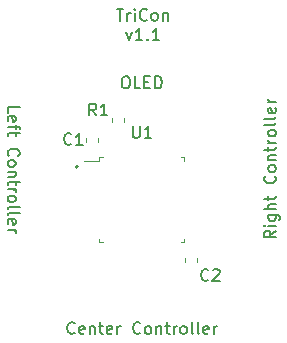
<source format=gto>
G04 #@! TF.GenerationSoftware,KiCad,Pcbnew,(5.1.5-0-10_14)*
G04 #@! TF.CreationDate,2020-06-21T17:17:39+09:00*
G04 #@! TF.ProjectId,TriCon,54726943-6f6e-42e6-9b69-6361645f7063,1.1*
G04 #@! TF.SameCoordinates,Original*
G04 #@! TF.FileFunction,Legend,Top*
G04 #@! TF.FilePolarity,Positive*
%FSLAX46Y46*%
G04 Gerber Fmt 4.6, Leading zero omitted, Abs format (unit mm)*
G04 Created by KiCad (PCBNEW (5.1.5-0-10_14)) date 2020-06-21 17:17:39*
%MOMM*%
%LPD*%
G04 APERTURE LIST*
%ADD10C,0.150000*%
%ADD11C,0.120000*%
%ADD12C,0.200000*%
G04 APERTURE END LIST*
D10*
X147761904Y-83827380D02*
X148333333Y-83827380D01*
X148047619Y-84827380D02*
X148047619Y-83827380D01*
X148666666Y-84827380D02*
X148666666Y-84160714D01*
X148666666Y-84351190D02*
X148714285Y-84255952D01*
X148761904Y-84208333D01*
X148857142Y-84160714D01*
X148952380Y-84160714D01*
X149285714Y-84827380D02*
X149285714Y-84160714D01*
X149285714Y-83827380D02*
X149238095Y-83875000D01*
X149285714Y-83922619D01*
X149333333Y-83875000D01*
X149285714Y-83827380D01*
X149285714Y-83922619D01*
X150333333Y-84732142D02*
X150285714Y-84779761D01*
X150142857Y-84827380D01*
X150047619Y-84827380D01*
X149904761Y-84779761D01*
X149809523Y-84684523D01*
X149761904Y-84589285D01*
X149714285Y-84398809D01*
X149714285Y-84255952D01*
X149761904Y-84065476D01*
X149809523Y-83970238D01*
X149904761Y-83875000D01*
X150047619Y-83827380D01*
X150142857Y-83827380D01*
X150285714Y-83875000D01*
X150333333Y-83922619D01*
X150904761Y-84827380D02*
X150809523Y-84779761D01*
X150761904Y-84732142D01*
X150714285Y-84636904D01*
X150714285Y-84351190D01*
X150761904Y-84255952D01*
X150809523Y-84208333D01*
X150904761Y-84160714D01*
X151047619Y-84160714D01*
X151142857Y-84208333D01*
X151190476Y-84255952D01*
X151238095Y-84351190D01*
X151238095Y-84636904D01*
X151190476Y-84732142D01*
X151142857Y-84779761D01*
X151047619Y-84827380D01*
X150904761Y-84827380D01*
X151666666Y-84160714D02*
X151666666Y-84827380D01*
X151666666Y-84255952D02*
X151714285Y-84208333D01*
X151809523Y-84160714D01*
X151952380Y-84160714D01*
X152047619Y-84208333D01*
X152095238Y-84303571D01*
X152095238Y-84827380D01*
X148571428Y-85810714D02*
X148809523Y-86477380D01*
X149047619Y-85810714D01*
X149952380Y-86477380D02*
X149380952Y-86477380D01*
X149666666Y-86477380D02*
X149666666Y-85477380D01*
X149571428Y-85620238D01*
X149476190Y-85715476D01*
X149380952Y-85763095D01*
X150380952Y-86382142D02*
X150428571Y-86429761D01*
X150380952Y-86477380D01*
X150333333Y-86429761D01*
X150380952Y-86382142D01*
X150380952Y-86477380D01*
X151380952Y-86477380D02*
X150809523Y-86477380D01*
X151095238Y-86477380D02*
X151095238Y-85477380D01*
X151000000Y-85620238D01*
X150904761Y-85715476D01*
X150809523Y-85763095D01*
D11*
X146290000Y-96690000D02*
X144975000Y-96690000D01*
X146290000Y-96390000D02*
X146290000Y-96690000D01*
X146590000Y-96390000D02*
X146290000Y-96390000D01*
X153510000Y-96390000D02*
X153510000Y-96690000D01*
X153210000Y-96390000D02*
X153510000Y-96390000D01*
X146290000Y-103610000D02*
X146290000Y-103310000D01*
X146590000Y-103610000D02*
X146290000Y-103610000D01*
X153510000Y-103610000D02*
X153510000Y-103310000D01*
X153210000Y-103610000D02*
X153510000Y-103610000D01*
D12*
X144500000Y-97200000D02*
G75*
G03X144500000Y-97200000I-100000J0D01*
G01*
D11*
X153590000Y-104928733D02*
X153590000Y-105271267D01*
X154610000Y-104928733D02*
X154610000Y-105271267D01*
X146210000Y-95071267D02*
X146210000Y-94728733D01*
X145190000Y-95071267D02*
X145190000Y-94728733D01*
X148410000Y-93371267D02*
X148410000Y-93028733D01*
X147390000Y-93371267D02*
X147390000Y-93028733D01*
D10*
X148447619Y-89552380D02*
X148638095Y-89552380D01*
X148733333Y-89600000D01*
X148828571Y-89695238D01*
X148876190Y-89885714D01*
X148876190Y-90219047D01*
X148828571Y-90409523D01*
X148733333Y-90504761D01*
X148638095Y-90552380D01*
X148447619Y-90552380D01*
X148352380Y-90504761D01*
X148257142Y-90409523D01*
X148209523Y-90219047D01*
X148209523Y-89885714D01*
X148257142Y-89695238D01*
X148352380Y-89600000D01*
X148447619Y-89552380D01*
X149780952Y-90552380D02*
X149304761Y-90552380D01*
X149304761Y-89552380D01*
X150114285Y-90028571D02*
X150447619Y-90028571D01*
X150590476Y-90552380D02*
X150114285Y-90552380D01*
X150114285Y-89552380D01*
X150590476Y-89552380D01*
X151019047Y-90552380D02*
X151019047Y-89552380D01*
X151257142Y-89552380D01*
X151400000Y-89600000D01*
X151495238Y-89695238D01*
X151542857Y-89790476D01*
X151590476Y-89980952D01*
X151590476Y-90123809D01*
X151542857Y-90314285D01*
X151495238Y-90409523D01*
X151400000Y-90504761D01*
X151257142Y-90552380D01*
X151019047Y-90552380D01*
X149138095Y-93752380D02*
X149138095Y-94561904D01*
X149185714Y-94657142D01*
X149233333Y-94704761D01*
X149328571Y-94752380D01*
X149519047Y-94752380D01*
X149614285Y-94704761D01*
X149661904Y-94657142D01*
X149709523Y-94561904D01*
X149709523Y-93752380D01*
X150709523Y-94752380D02*
X150138095Y-94752380D01*
X150423809Y-94752380D02*
X150423809Y-93752380D01*
X150328571Y-93895238D01*
X150233333Y-93990476D01*
X150138095Y-94038095D01*
X144209523Y-111257142D02*
X144161904Y-111304761D01*
X144019047Y-111352380D01*
X143923809Y-111352380D01*
X143780952Y-111304761D01*
X143685714Y-111209523D01*
X143638095Y-111114285D01*
X143590476Y-110923809D01*
X143590476Y-110780952D01*
X143638095Y-110590476D01*
X143685714Y-110495238D01*
X143780952Y-110400000D01*
X143923809Y-110352380D01*
X144019047Y-110352380D01*
X144161904Y-110400000D01*
X144209523Y-110447619D01*
X145019047Y-111304761D02*
X144923809Y-111352380D01*
X144733333Y-111352380D01*
X144638095Y-111304761D01*
X144590476Y-111209523D01*
X144590476Y-110828571D01*
X144638095Y-110733333D01*
X144733333Y-110685714D01*
X144923809Y-110685714D01*
X145019047Y-110733333D01*
X145066666Y-110828571D01*
X145066666Y-110923809D01*
X144590476Y-111019047D01*
X145495238Y-110685714D02*
X145495238Y-111352380D01*
X145495238Y-110780952D02*
X145542857Y-110733333D01*
X145638095Y-110685714D01*
X145780952Y-110685714D01*
X145876190Y-110733333D01*
X145923809Y-110828571D01*
X145923809Y-111352380D01*
X146257142Y-110685714D02*
X146638095Y-110685714D01*
X146400000Y-110352380D02*
X146400000Y-111209523D01*
X146447619Y-111304761D01*
X146542857Y-111352380D01*
X146638095Y-111352380D01*
X147352380Y-111304761D02*
X147257142Y-111352380D01*
X147066666Y-111352380D01*
X146971428Y-111304761D01*
X146923809Y-111209523D01*
X146923809Y-110828571D01*
X146971428Y-110733333D01*
X147066666Y-110685714D01*
X147257142Y-110685714D01*
X147352380Y-110733333D01*
X147400000Y-110828571D01*
X147400000Y-110923809D01*
X146923809Y-111019047D01*
X147828571Y-111352380D02*
X147828571Y-110685714D01*
X147828571Y-110876190D02*
X147876190Y-110780952D01*
X147923809Y-110733333D01*
X148019047Y-110685714D01*
X148114285Y-110685714D01*
X149780952Y-111257142D02*
X149733333Y-111304761D01*
X149590476Y-111352380D01*
X149495238Y-111352380D01*
X149352380Y-111304761D01*
X149257142Y-111209523D01*
X149209523Y-111114285D01*
X149161904Y-110923809D01*
X149161904Y-110780952D01*
X149209523Y-110590476D01*
X149257142Y-110495238D01*
X149352380Y-110400000D01*
X149495238Y-110352380D01*
X149590476Y-110352380D01*
X149733333Y-110400000D01*
X149780952Y-110447619D01*
X150352380Y-111352380D02*
X150257142Y-111304761D01*
X150209523Y-111257142D01*
X150161904Y-111161904D01*
X150161904Y-110876190D01*
X150209523Y-110780952D01*
X150257142Y-110733333D01*
X150352380Y-110685714D01*
X150495238Y-110685714D01*
X150590476Y-110733333D01*
X150638095Y-110780952D01*
X150685714Y-110876190D01*
X150685714Y-111161904D01*
X150638095Y-111257142D01*
X150590476Y-111304761D01*
X150495238Y-111352380D01*
X150352380Y-111352380D01*
X151114285Y-110685714D02*
X151114285Y-111352380D01*
X151114285Y-110780952D02*
X151161904Y-110733333D01*
X151257142Y-110685714D01*
X151400000Y-110685714D01*
X151495238Y-110733333D01*
X151542857Y-110828571D01*
X151542857Y-111352380D01*
X151876190Y-110685714D02*
X152257142Y-110685714D01*
X152019047Y-110352380D02*
X152019047Y-111209523D01*
X152066666Y-111304761D01*
X152161904Y-111352380D01*
X152257142Y-111352380D01*
X152590476Y-111352380D02*
X152590476Y-110685714D01*
X152590476Y-110876190D02*
X152638095Y-110780952D01*
X152685714Y-110733333D01*
X152780952Y-110685714D01*
X152876190Y-110685714D01*
X153352380Y-111352380D02*
X153257142Y-111304761D01*
X153209523Y-111257142D01*
X153161904Y-111161904D01*
X153161904Y-110876190D01*
X153209523Y-110780952D01*
X153257142Y-110733333D01*
X153352380Y-110685714D01*
X153495238Y-110685714D01*
X153590476Y-110733333D01*
X153638095Y-110780952D01*
X153685714Y-110876190D01*
X153685714Y-111161904D01*
X153638095Y-111257142D01*
X153590476Y-111304761D01*
X153495238Y-111352380D01*
X153352380Y-111352380D01*
X154257142Y-111352380D02*
X154161904Y-111304761D01*
X154114285Y-111209523D01*
X154114285Y-110352380D01*
X154780952Y-111352380D02*
X154685714Y-111304761D01*
X154638095Y-111209523D01*
X154638095Y-110352380D01*
X155542857Y-111304761D02*
X155447619Y-111352380D01*
X155257142Y-111352380D01*
X155161904Y-111304761D01*
X155114285Y-111209523D01*
X155114285Y-110828571D01*
X155161904Y-110733333D01*
X155257142Y-110685714D01*
X155447619Y-110685714D01*
X155542857Y-110733333D01*
X155590476Y-110828571D01*
X155590476Y-110923809D01*
X155114285Y-111019047D01*
X156019047Y-111352380D02*
X156019047Y-110685714D01*
X156019047Y-110876190D02*
X156066666Y-110780952D01*
X156114285Y-110733333D01*
X156209523Y-110685714D01*
X156304761Y-110685714D01*
X161252380Y-102614285D02*
X160776190Y-102947619D01*
X161252380Y-103185714D02*
X160252380Y-103185714D01*
X160252380Y-102804761D01*
X160300000Y-102709523D01*
X160347619Y-102661904D01*
X160442857Y-102614285D01*
X160585714Y-102614285D01*
X160680952Y-102661904D01*
X160728571Y-102709523D01*
X160776190Y-102804761D01*
X160776190Y-103185714D01*
X161252380Y-102185714D02*
X160585714Y-102185714D01*
X160252380Y-102185714D02*
X160300000Y-102233333D01*
X160347619Y-102185714D01*
X160300000Y-102138095D01*
X160252380Y-102185714D01*
X160347619Y-102185714D01*
X160585714Y-101280952D02*
X161395238Y-101280952D01*
X161490476Y-101328571D01*
X161538095Y-101376190D01*
X161585714Y-101471428D01*
X161585714Y-101614285D01*
X161538095Y-101709523D01*
X161204761Y-101280952D02*
X161252380Y-101376190D01*
X161252380Y-101566666D01*
X161204761Y-101661904D01*
X161157142Y-101709523D01*
X161061904Y-101757142D01*
X160776190Y-101757142D01*
X160680952Y-101709523D01*
X160633333Y-101661904D01*
X160585714Y-101566666D01*
X160585714Y-101376190D01*
X160633333Y-101280952D01*
X161252380Y-100804761D02*
X160252380Y-100804761D01*
X161252380Y-100376190D02*
X160728571Y-100376190D01*
X160633333Y-100423809D01*
X160585714Y-100519047D01*
X160585714Y-100661904D01*
X160633333Y-100757142D01*
X160680952Y-100804761D01*
X160585714Y-100042857D02*
X160585714Y-99661904D01*
X160252380Y-99900000D02*
X161109523Y-99900000D01*
X161204761Y-99852380D01*
X161252380Y-99757142D01*
X161252380Y-99661904D01*
X161157142Y-97995238D02*
X161204761Y-98042857D01*
X161252380Y-98185714D01*
X161252380Y-98280952D01*
X161204761Y-98423809D01*
X161109523Y-98519047D01*
X161014285Y-98566666D01*
X160823809Y-98614285D01*
X160680952Y-98614285D01*
X160490476Y-98566666D01*
X160395238Y-98519047D01*
X160300000Y-98423809D01*
X160252380Y-98280952D01*
X160252380Y-98185714D01*
X160300000Y-98042857D01*
X160347619Y-97995238D01*
X161252380Y-97423809D02*
X161204761Y-97519047D01*
X161157142Y-97566666D01*
X161061904Y-97614285D01*
X160776190Y-97614285D01*
X160680952Y-97566666D01*
X160633333Y-97519047D01*
X160585714Y-97423809D01*
X160585714Y-97280952D01*
X160633333Y-97185714D01*
X160680952Y-97138095D01*
X160776190Y-97090476D01*
X161061904Y-97090476D01*
X161157142Y-97138095D01*
X161204761Y-97185714D01*
X161252380Y-97280952D01*
X161252380Y-97423809D01*
X160585714Y-96661904D02*
X161252380Y-96661904D01*
X160680952Y-96661904D02*
X160633333Y-96614285D01*
X160585714Y-96519047D01*
X160585714Y-96376190D01*
X160633333Y-96280952D01*
X160728571Y-96233333D01*
X161252380Y-96233333D01*
X160585714Y-95900000D02*
X160585714Y-95519047D01*
X160252380Y-95757142D02*
X161109523Y-95757142D01*
X161204761Y-95709523D01*
X161252380Y-95614285D01*
X161252380Y-95519047D01*
X161252380Y-95185714D02*
X160585714Y-95185714D01*
X160776190Y-95185714D02*
X160680952Y-95138095D01*
X160633333Y-95090476D01*
X160585714Y-94995238D01*
X160585714Y-94900000D01*
X161252380Y-94423809D02*
X161204761Y-94519047D01*
X161157142Y-94566666D01*
X161061904Y-94614285D01*
X160776190Y-94614285D01*
X160680952Y-94566666D01*
X160633333Y-94519047D01*
X160585714Y-94423809D01*
X160585714Y-94280952D01*
X160633333Y-94185714D01*
X160680952Y-94138095D01*
X160776190Y-94090476D01*
X161061904Y-94090476D01*
X161157142Y-94138095D01*
X161204761Y-94185714D01*
X161252380Y-94280952D01*
X161252380Y-94423809D01*
X161252380Y-93519047D02*
X161204761Y-93614285D01*
X161109523Y-93661904D01*
X160252380Y-93661904D01*
X161252380Y-92995238D02*
X161204761Y-93090476D01*
X161109523Y-93138095D01*
X160252380Y-93138095D01*
X161204761Y-92233333D02*
X161252380Y-92328571D01*
X161252380Y-92519047D01*
X161204761Y-92614285D01*
X161109523Y-92661904D01*
X160728571Y-92661904D01*
X160633333Y-92614285D01*
X160585714Y-92519047D01*
X160585714Y-92328571D01*
X160633333Y-92233333D01*
X160728571Y-92185714D01*
X160823809Y-92185714D01*
X160919047Y-92661904D01*
X161252380Y-91757142D02*
X160585714Y-91757142D01*
X160776190Y-91757142D02*
X160680952Y-91709523D01*
X160633333Y-91661904D01*
X160585714Y-91566666D01*
X160585714Y-91471428D01*
X138547619Y-92614285D02*
X138547619Y-92138095D01*
X139547619Y-92138095D01*
X138595238Y-93328571D02*
X138547619Y-93233333D01*
X138547619Y-93042857D01*
X138595238Y-92947619D01*
X138690476Y-92900000D01*
X139071428Y-92900000D01*
X139166666Y-92947619D01*
X139214285Y-93042857D01*
X139214285Y-93233333D01*
X139166666Y-93328571D01*
X139071428Y-93376190D01*
X138976190Y-93376190D01*
X138880952Y-92900000D01*
X139214285Y-93661904D02*
X139214285Y-94042857D01*
X138547619Y-93804761D02*
X139404761Y-93804761D01*
X139500000Y-93852380D01*
X139547619Y-93947619D01*
X139547619Y-94042857D01*
X139214285Y-94233333D02*
X139214285Y-94614285D01*
X139547619Y-94376190D02*
X138690476Y-94376190D01*
X138595238Y-94423809D01*
X138547619Y-94519047D01*
X138547619Y-94614285D01*
X138642857Y-96280952D02*
X138595238Y-96233333D01*
X138547619Y-96090476D01*
X138547619Y-95995238D01*
X138595238Y-95852380D01*
X138690476Y-95757142D01*
X138785714Y-95709523D01*
X138976190Y-95661904D01*
X139119047Y-95661904D01*
X139309523Y-95709523D01*
X139404761Y-95757142D01*
X139500000Y-95852380D01*
X139547619Y-95995238D01*
X139547619Y-96090476D01*
X139500000Y-96233333D01*
X139452380Y-96280952D01*
X138547619Y-96852380D02*
X138595238Y-96757142D01*
X138642857Y-96709523D01*
X138738095Y-96661904D01*
X139023809Y-96661904D01*
X139119047Y-96709523D01*
X139166666Y-96757142D01*
X139214285Y-96852380D01*
X139214285Y-96995238D01*
X139166666Y-97090476D01*
X139119047Y-97138095D01*
X139023809Y-97185714D01*
X138738095Y-97185714D01*
X138642857Y-97138095D01*
X138595238Y-97090476D01*
X138547619Y-96995238D01*
X138547619Y-96852380D01*
X139214285Y-97614285D02*
X138547619Y-97614285D01*
X139119047Y-97614285D02*
X139166666Y-97661904D01*
X139214285Y-97757142D01*
X139214285Y-97900000D01*
X139166666Y-97995238D01*
X139071428Y-98042857D01*
X138547619Y-98042857D01*
X139214285Y-98376190D02*
X139214285Y-98757142D01*
X139547619Y-98519047D02*
X138690476Y-98519047D01*
X138595238Y-98566666D01*
X138547619Y-98661904D01*
X138547619Y-98757142D01*
X138547619Y-99090476D02*
X139214285Y-99090476D01*
X139023809Y-99090476D02*
X139119047Y-99138095D01*
X139166666Y-99185714D01*
X139214285Y-99280952D01*
X139214285Y-99376190D01*
X138547619Y-99852380D02*
X138595238Y-99757142D01*
X138642857Y-99709523D01*
X138738095Y-99661904D01*
X139023809Y-99661904D01*
X139119047Y-99709523D01*
X139166666Y-99757142D01*
X139214285Y-99852380D01*
X139214285Y-99995238D01*
X139166666Y-100090476D01*
X139119047Y-100138095D01*
X139023809Y-100185714D01*
X138738095Y-100185714D01*
X138642857Y-100138095D01*
X138595238Y-100090476D01*
X138547619Y-99995238D01*
X138547619Y-99852380D01*
X138547619Y-100757142D02*
X138595238Y-100661904D01*
X138690476Y-100614285D01*
X139547619Y-100614285D01*
X138547619Y-101280952D02*
X138595238Y-101185714D01*
X138690476Y-101138095D01*
X139547619Y-101138095D01*
X138595238Y-102042857D02*
X138547619Y-101947619D01*
X138547619Y-101757142D01*
X138595238Y-101661904D01*
X138690476Y-101614285D01*
X139071428Y-101614285D01*
X139166666Y-101661904D01*
X139214285Y-101757142D01*
X139214285Y-101947619D01*
X139166666Y-102042857D01*
X139071428Y-102090476D01*
X138976190Y-102090476D01*
X138880952Y-101614285D01*
X138547619Y-102519047D02*
X139214285Y-102519047D01*
X139023809Y-102519047D02*
X139119047Y-102566666D01*
X139166666Y-102614285D01*
X139214285Y-102709523D01*
X139214285Y-102804761D01*
X155533333Y-106757142D02*
X155485714Y-106804761D01*
X155342857Y-106852380D01*
X155247619Y-106852380D01*
X155104761Y-106804761D01*
X155009523Y-106709523D01*
X154961904Y-106614285D01*
X154914285Y-106423809D01*
X154914285Y-106280952D01*
X154961904Y-106090476D01*
X155009523Y-105995238D01*
X155104761Y-105900000D01*
X155247619Y-105852380D01*
X155342857Y-105852380D01*
X155485714Y-105900000D01*
X155533333Y-105947619D01*
X155914285Y-105947619D02*
X155961904Y-105900000D01*
X156057142Y-105852380D01*
X156295238Y-105852380D01*
X156390476Y-105900000D01*
X156438095Y-105947619D01*
X156485714Y-106042857D01*
X156485714Y-106138095D01*
X156438095Y-106280952D01*
X155866666Y-106852380D01*
X156485714Y-106852380D01*
X143933333Y-95257142D02*
X143885714Y-95304761D01*
X143742857Y-95352380D01*
X143647619Y-95352380D01*
X143504761Y-95304761D01*
X143409523Y-95209523D01*
X143361904Y-95114285D01*
X143314285Y-94923809D01*
X143314285Y-94780952D01*
X143361904Y-94590476D01*
X143409523Y-94495238D01*
X143504761Y-94400000D01*
X143647619Y-94352380D01*
X143742857Y-94352380D01*
X143885714Y-94400000D01*
X143933333Y-94447619D01*
X144885714Y-95352380D02*
X144314285Y-95352380D01*
X144600000Y-95352380D02*
X144600000Y-94352380D01*
X144504761Y-94495238D01*
X144409523Y-94590476D01*
X144314285Y-94638095D01*
X146033333Y-92852380D02*
X145700000Y-92376190D01*
X145461904Y-92852380D02*
X145461904Y-91852380D01*
X145842857Y-91852380D01*
X145938095Y-91900000D01*
X145985714Y-91947619D01*
X146033333Y-92042857D01*
X146033333Y-92185714D01*
X145985714Y-92280952D01*
X145938095Y-92328571D01*
X145842857Y-92376190D01*
X145461904Y-92376190D01*
X146985714Y-92852380D02*
X146414285Y-92852380D01*
X146700000Y-92852380D02*
X146700000Y-91852380D01*
X146604761Y-91995238D01*
X146509523Y-92090476D01*
X146414285Y-92138095D01*
M02*

</source>
